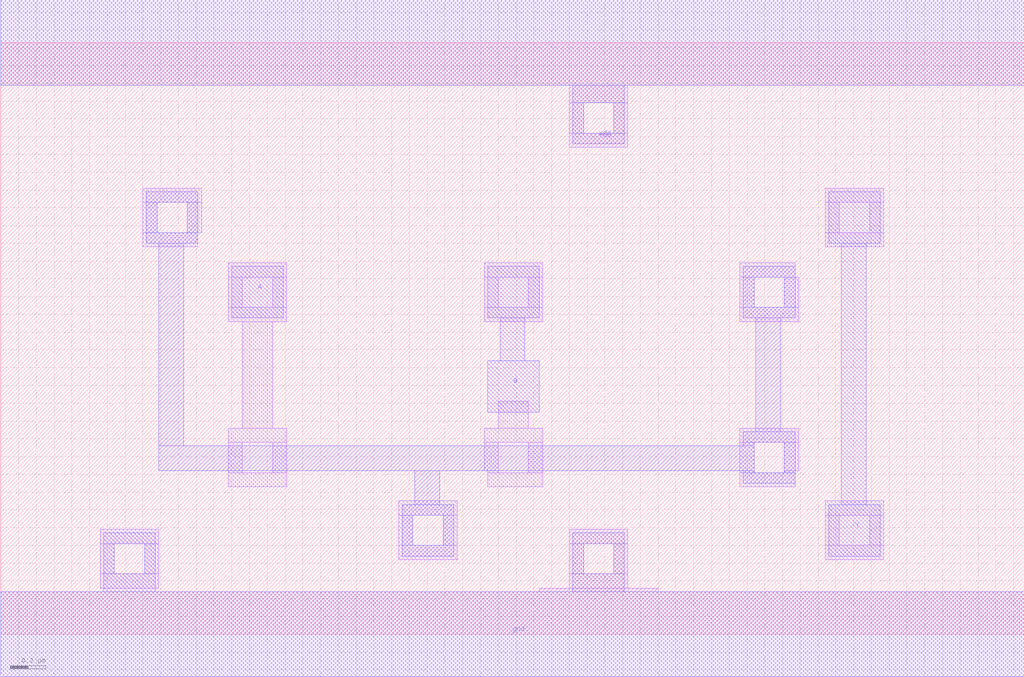
<source format=lef>
VERSION 5.7 ;
  NOWIREEXTENSIONATPIN ON ;
  DIVIDERCHAR "/" ;
  BUSBITCHARS "[]" ;
MACRO OR2X2
  CLASS CORE ;
  FOREIGN OR2X2 ;
  ORIGIN 0.000 0.000 ;
  SIZE 5.760 BY 3.330 ;
  SYMMETRY X Y R90 ;
  SITE unit ;
  PIN vdd
    DIRECTION INOUT ;
    USE POWER ;
    SHAPE ABUTMENT ;
    PORT
      LAYER met1 ;
        RECT 0.000 3.090 5.760 3.570 ;
        RECT 3.220 2.990 3.510 3.090 ;
        RECT 3.220 2.820 3.280 2.990 ;
        RECT 3.450 2.820 3.510 2.990 ;
        RECT 3.220 2.760 3.510 2.820 ;
    END
    PORT
      LAYER li1 ;
        RECT 0.000 3.090 5.760 3.570 ;
        RECT 3.200 2.990 3.530 3.090 ;
        RECT 3.200 2.820 3.280 2.990 ;
        RECT 3.450 2.820 3.530 2.990 ;
        RECT 3.200 2.740 3.530 2.820 ;
    END
  END vdd
  PIN gnd
    DIRECTION INOUT ;
    USE GROUND ;
    SHAPE ABUTMENT ;
    PORT
      LAYER met1 ;
        RECT 0.580 0.510 0.870 0.570 ;
        RECT 0.580 0.340 0.640 0.510 ;
        RECT 0.810 0.340 0.870 0.510 ;
        RECT 0.580 0.240 0.870 0.340 ;
        RECT 3.220 0.510 3.510 0.570 ;
        RECT 3.220 0.340 3.280 0.510 ;
        RECT 3.450 0.340 3.510 0.510 ;
        RECT 3.220 0.240 3.510 0.340 ;
        RECT 0.000 -0.240 5.760 0.240 ;
    END
    PORT
      LAYER li1 ;
        RECT 3.200 0.510 3.530 0.590 ;
        RECT 3.200 0.340 3.280 0.510 ;
        RECT 3.450 0.340 3.530 0.510 ;
        RECT 3.200 0.260 3.530 0.340 ;
        RECT 3.030 0.240 3.700 0.260 ;
        RECT 0.000 -0.240 5.760 0.240 ;
    END
  END gnd
  PIN Y
    DIRECTION INOUT ;
    USE SIGNAL ;
    SHAPE ABUTMENT ;
    PORT
      LAYER met1 ;
        RECT 4.660 2.200 4.950 2.490 ;
        RECT 4.730 0.730 4.870 2.200 ;
        RECT 4.660 0.440 4.950 0.730 ;
    END
  END Y
  PIN A
    DIRECTION INOUT ;
    USE SIGNAL ;
    SHAPE ABUTMENT ;
    PORT
      LAYER met1 ;
        RECT 1.300 1.780 1.590 2.070 ;
    END
  END A
  PIN B
    DIRECTION INOUT ;
    USE SIGNAL ;
    SHAPE ABUTMENT ;
    PORT
      LAYER met1 ;
        RECT 2.740 1.780 3.030 2.070 ;
        RECT 2.810 1.540 2.950 1.780 ;
        RECT 2.740 1.250 3.030 1.540 ;
    END
  END B
  OBS
      LAYER li1 ;
        RECT 0.800 2.430 1.130 2.510 ;
        RECT 0.800 2.260 0.880 2.430 ;
        RECT 1.050 2.260 1.130 2.430 ;
        RECT 4.640 2.430 4.970 2.510 ;
        RECT 4.640 2.260 4.720 2.430 ;
        RECT 4.890 2.260 4.970 2.430 ;
        RECT 0.800 2.180 1.110 2.260 ;
        RECT 4.640 2.180 4.970 2.260 ;
        RECT 1.280 2.010 1.610 2.090 ;
        RECT 1.280 1.840 1.360 2.010 ;
        RECT 1.530 1.840 1.610 2.010 ;
        RECT 1.280 1.760 1.610 1.840 ;
        RECT 2.720 2.010 3.050 2.090 ;
        RECT 2.720 1.840 2.800 2.010 ;
        RECT 2.970 1.840 3.050 2.010 ;
        RECT 2.720 1.760 3.050 1.840 ;
        RECT 4.160 2.010 4.470 2.090 ;
        RECT 4.160 1.840 4.240 2.010 ;
        RECT 4.410 1.840 4.490 2.010 ;
        RECT 4.160 1.760 4.490 1.840 ;
        RECT 1.360 1.160 1.530 1.760 ;
        RECT 2.800 1.160 2.970 1.310 ;
        RECT 1.280 1.080 1.610 1.160 ;
        RECT 1.280 0.910 1.360 1.080 ;
        RECT 1.530 0.910 1.610 1.080 ;
        RECT 2.720 1.080 3.050 1.160 ;
        RECT 2.720 0.920 2.800 1.080 ;
        RECT 1.280 0.830 1.610 0.910 ;
        RECT 2.740 0.910 2.800 0.920 ;
        RECT 2.970 0.910 3.050 1.080 ;
        RECT 2.740 0.830 3.050 0.910 ;
        RECT 4.160 1.080 4.490 1.160 ;
        RECT 4.160 0.910 4.240 1.080 ;
        RECT 4.410 0.920 4.490 1.080 ;
        RECT 4.410 0.910 4.470 0.920 ;
        RECT 4.160 0.830 4.470 0.910 ;
        RECT 2.240 0.670 2.570 0.750 ;
        RECT 0.560 0.510 0.890 0.590 ;
        RECT 0.560 0.340 0.640 0.510 ;
        RECT 0.810 0.340 0.890 0.510 ;
        RECT 2.240 0.500 2.320 0.670 ;
        RECT 2.490 0.500 2.570 0.670 ;
        RECT 2.240 0.420 2.570 0.500 ;
        RECT 4.640 0.670 4.970 0.750 ;
        RECT 4.640 0.500 4.720 0.670 ;
        RECT 4.890 0.500 4.970 0.670 ;
        RECT 4.640 0.420 4.970 0.500 ;
        RECT 0.560 0.260 0.890 0.340 ;
      LAYER met1 ;
        RECT 0.820 2.430 1.110 2.490 ;
        RECT 0.820 2.260 0.880 2.430 ;
        RECT 1.050 2.260 1.110 2.430 ;
        RECT 0.820 2.200 1.110 2.260 ;
        RECT 0.890 1.060 1.030 2.200 ;
        RECT 4.180 2.010 4.470 2.070 ;
        RECT 4.180 1.840 4.240 2.010 ;
        RECT 4.410 1.840 4.470 2.010 ;
        RECT 4.180 1.780 4.470 1.840 ;
        RECT 4.250 1.140 4.390 1.780 ;
        RECT 4.180 1.080 4.470 1.140 ;
        RECT 4.180 1.060 4.240 1.080 ;
        RECT 0.890 0.920 4.240 1.060 ;
        RECT 2.330 0.730 2.470 0.920 ;
        RECT 4.180 0.910 4.240 0.920 ;
        RECT 4.410 0.910 4.470 1.080 ;
        RECT 4.180 0.850 4.470 0.910 ;
        RECT 2.260 0.670 2.550 0.730 ;
        RECT 2.260 0.500 2.320 0.670 ;
        RECT 2.490 0.500 2.550 0.670 ;
        RECT 2.260 0.440 2.550 0.500 ;
  END
END OR2X2
END LIBRARY


</source>
